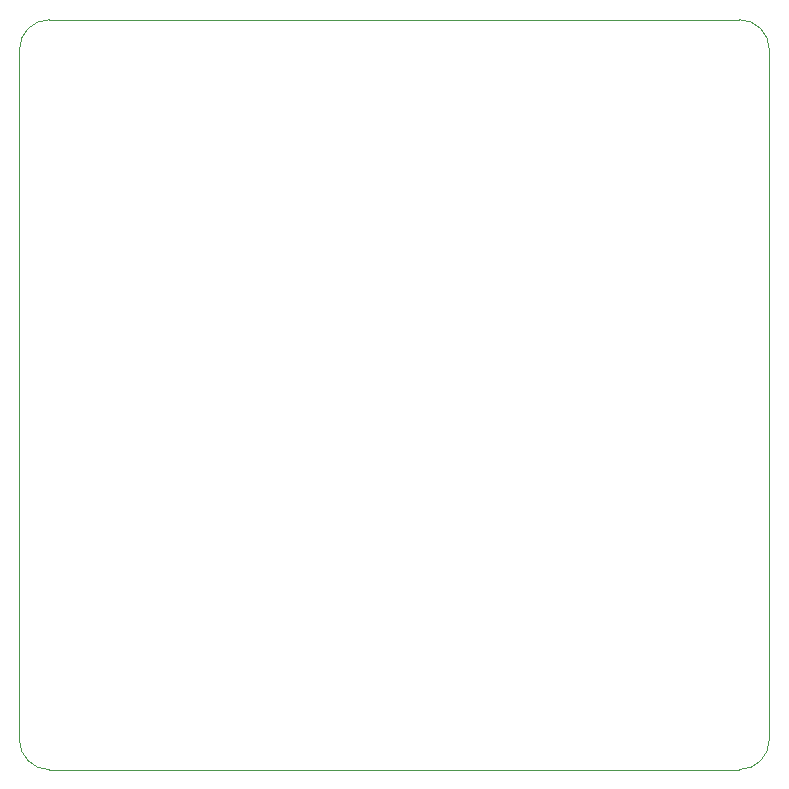
<source format=gm1>
%TF.GenerationSoftware,KiCad,Pcbnew,(6.0.4)*%
%TF.CreationDate,2022-08-14T09:33:53+08:00*%
%TF.ProjectId,led_clock_board,6c65645f-636c-46f6-936b-5f626f617264,rev?*%
%TF.SameCoordinates,Original*%
%TF.FileFunction,Profile,NP*%
%FSLAX46Y46*%
G04 Gerber Fmt 4.6, Leading zero omitted, Abs format (unit mm)*
G04 Created by KiCad (PCBNEW (6.0.4)) date 2022-08-14 09:33:53*
%MOMM*%
%LPD*%
G01*
G04 APERTURE LIST*
%TA.AperFunction,Profile*%
%ADD10C,0.100000*%
%TD*%
G04 APERTURE END LIST*
D10*
X119380000Y-77470000D02*
G75*
G03*
X116840000Y-80010000I0J-2540000D01*
G01*
X119380000Y-77470000D02*
X177800000Y-77470000D01*
X180340000Y-80010000D02*
G75*
G03*
X177800000Y-77470000I-2540000J0D01*
G01*
X177800000Y-140970000D02*
X119380000Y-140970000D01*
X116840000Y-138430000D02*
X116840000Y-80010000D01*
X116840000Y-138430000D02*
G75*
G03*
X119380000Y-140970000I2540000J0D01*
G01*
X177800000Y-140970000D02*
G75*
G03*
X180340000Y-138430000I0J2540000D01*
G01*
X180340000Y-80010000D02*
X180340000Y-138430000D01*
M02*

</source>
